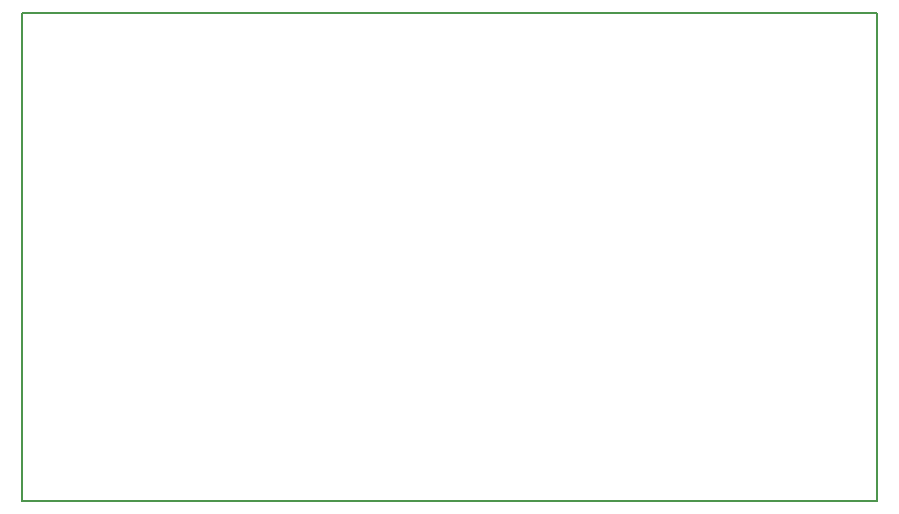
<source format=gbr>
G04 #@! TF.FileFunction,Profile,NP*
%FSLAX46Y46*%
G04 Gerber Fmt 4.6, Leading zero omitted, Abs format (unit mm)*
G04 Created by KiCad (PCBNEW 4.0.7) date 05/05/18 10:53:01*
%MOMM*%
%LPD*%
G01*
G04 APERTURE LIST*
%ADD10C,0.100000*%
%ADD11C,0.150000*%
G04 APERTURE END LIST*
D10*
D11*
X101600000Y-104775000D02*
X101600000Y-63500000D01*
X173990000Y-104775000D02*
X101600000Y-104775000D01*
X173990000Y-63500000D02*
X173990000Y-104775000D01*
X101600000Y-63500000D02*
X173990000Y-63500000D01*
M02*

</source>
